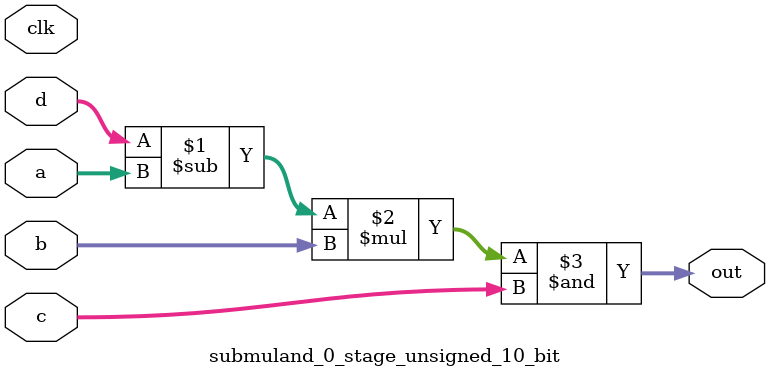
<source format=sv>
(* use_dsp = "yes" *) module submuland_0_stage_unsigned_10_bit(
	input  [9:0] a,
	input  [9:0] b,
	input  [9:0] c,
	input  [9:0] d,
	output [9:0] out,
	input clk);

	assign out = ((d - a) * b) & c;
endmodule

</source>
